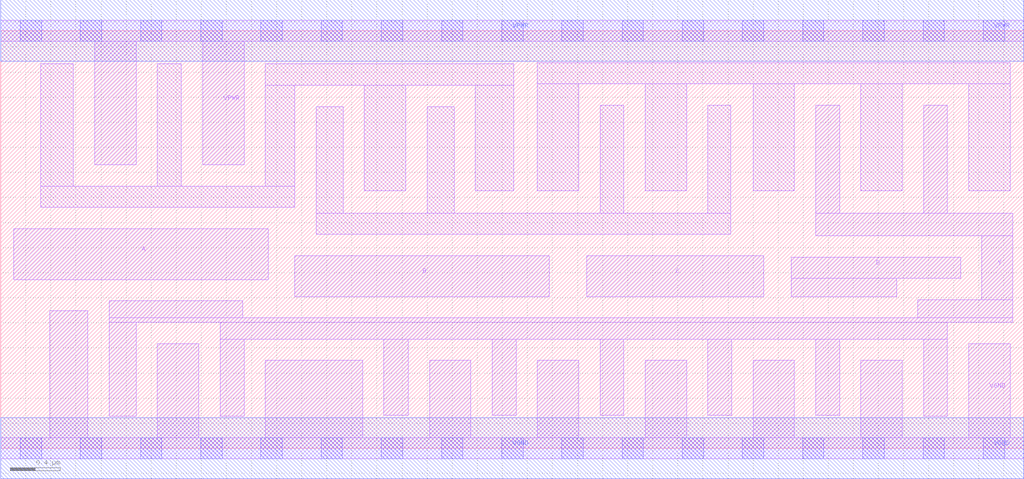
<source format=lef>
# Copyright 2020 The SkyWater PDK Authors
#
# Licensed under the Apache License, Version 2.0 (the "License");
# you may not use this file except in compliance with the License.
# You may obtain a copy of the License at
#
#     https://www.apache.org/licenses/LICENSE-2.0
#
# Unless required by applicable law or agreed to in writing, software
# distributed under the License is distributed on an "AS IS" BASIS,
# WITHOUT WARRANTIES OR CONDITIONS OF ANY KIND, either express or implied.
# See the License for the specific language governing permissions and
# limitations under the License.
#
# SPDX-License-Identifier: Apache-2.0

VERSION 5.7 ;
  NAMESCASESENSITIVE ON ;
  NOWIREEXTENSIONATPIN ON ;
  DIVIDERCHAR "/" ;
  BUSBITCHARS "[]" ;
UNITS
  DATABASE MICRONS 200 ;
END UNITS
MACRO sky130_fd_sc_lp__nor4_4
  CLASS CORE ;
  SOURCE USER ;
  FOREIGN sky130_fd_sc_lp__nor4_4 ;
  ORIGIN  0.000000  0.000000 ;
  SIZE  8.160000 BY  3.330000 ;
  SYMMETRY X Y R90 ;
  SITE unit ;
  PIN A
    ANTENNAGATEAREA  1.260000 ;
    DIRECTION INPUT ;
    USE SIGNAL ;
    PORT
      LAYER li1 ;
        RECT 0.105000 1.345000 2.135000 1.750000 ;
    END
  END A
  PIN B
    ANTENNAGATEAREA  1.260000 ;
    DIRECTION INPUT ;
    USE SIGNAL ;
    PORT
      LAYER li1 ;
        RECT 2.345000 1.210000 4.375000 1.535000 ;
    END
  END B
  PIN C
    ANTENNAGATEAREA  1.260000 ;
    DIRECTION INPUT ;
    USE SIGNAL ;
    PORT
      LAYER li1 ;
        RECT 4.675000 1.210000 6.085000 1.535000 ;
    END
  END C
  PIN D
    ANTENNAGATEAREA  1.260000 ;
    DIRECTION INPUT ;
    USE SIGNAL ;
    PORT
      LAYER li1 ;
        RECT 6.305000 1.210000 7.145000 1.355000 ;
        RECT 6.305000 1.355000 7.655000 1.525000 ;
    END
  END D
  PIN Y
    ANTENNADIFFAREA  2.587200 ;
    DIRECTION OUTPUT ;
    USE SIGNAL ;
    PORT
      LAYER li1 ;
        RECT 0.865000 0.255000 1.080000 1.005000 ;
        RECT 0.865000 1.005000 8.070000 1.040000 ;
        RECT 0.865000 1.040000 1.930000 1.175000 ;
        RECT 1.750000 0.255000 1.940000 0.870000 ;
        RECT 1.750000 0.870000 7.550000 1.005000 ;
        RECT 3.055000 0.265000 3.250000 0.870000 ;
        RECT 3.920000 0.265000 4.110000 0.870000 ;
        RECT 4.780000 0.265000 4.970000 0.870000 ;
        RECT 5.640000 0.265000 5.830000 0.870000 ;
        RECT 6.500000 0.265000 6.690000 0.870000 ;
        RECT 6.500000 1.695000 8.070000 1.875000 ;
        RECT 6.500000 1.875000 6.690000 2.735000 ;
        RECT 7.315000 1.040000 8.070000 1.185000 ;
        RECT 7.360000 0.255000 7.550000 0.870000 ;
        RECT 7.360000 1.875000 7.550000 2.735000 ;
        RECT 7.825000 1.185000 8.070000 1.695000 ;
    END
  END Y
  PIN VGND
    DIRECTION INOUT ;
    USE GROUND ;
    PORT
      LAYER li1 ;
        RECT 0.000000 -0.085000 8.160000 0.085000 ;
        RECT 0.390000  0.085000 0.695000 1.095000 ;
        RECT 1.250000  0.085000 1.580000 0.835000 ;
        RECT 2.110000  0.085000 2.885000 0.700000 ;
        RECT 3.420000  0.085000 3.750000 0.700000 ;
        RECT 4.280000  0.085000 4.610000 0.700000 ;
        RECT 5.140000  0.085000 5.470000 0.700000 ;
        RECT 6.000000  0.085000 6.330000 0.700000 ;
        RECT 6.860000  0.085000 7.190000 0.700000 ;
        RECT 7.720000  0.085000 8.050000 0.835000 ;
      LAYER mcon ;
        RECT 0.155000 -0.085000 0.325000 0.085000 ;
        RECT 0.635000 -0.085000 0.805000 0.085000 ;
        RECT 1.115000 -0.085000 1.285000 0.085000 ;
        RECT 1.595000 -0.085000 1.765000 0.085000 ;
        RECT 2.075000 -0.085000 2.245000 0.085000 ;
        RECT 2.555000 -0.085000 2.725000 0.085000 ;
        RECT 3.035000 -0.085000 3.205000 0.085000 ;
        RECT 3.515000 -0.085000 3.685000 0.085000 ;
        RECT 3.995000 -0.085000 4.165000 0.085000 ;
        RECT 4.475000 -0.085000 4.645000 0.085000 ;
        RECT 4.955000 -0.085000 5.125000 0.085000 ;
        RECT 5.435000 -0.085000 5.605000 0.085000 ;
        RECT 5.915000 -0.085000 6.085000 0.085000 ;
        RECT 6.395000 -0.085000 6.565000 0.085000 ;
        RECT 6.875000 -0.085000 7.045000 0.085000 ;
        RECT 7.355000 -0.085000 7.525000 0.085000 ;
        RECT 7.835000 -0.085000 8.005000 0.085000 ;
      LAYER met1 ;
        RECT 0.000000 -0.245000 8.160000 0.245000 ;
    END
  END VGND
  PIN VPWR
    DIRECTION INOUT ;
    USE POWER ;
    PORT
      LAYER li1 ;
        RECT 0.000000 3.245000 8.160000 3.415000 ;
        RECT 0.750000 2.260000 1.080000 3.245000 ;
        RECT 1.610000 2.260000 1.940000 3.245000 ;
      LAYER mcon ;
        RECT 0.155000 3.245000 0.325000 3.415000 ;
        RECT 0.635000 3.245000 0.805000 3.415000 ;
        RECT 1.115000 3.245000 1.285000 3.415000 ;
        RECT 1.595000 3.245000 1.765000 3.415000 ;
        RECT 2.075000 3.245000 2.245000 3.415000 ;
        RECT 2.555000 3.245000 2.725000 3.415000 ;
        RECT 3.035000 3.245000 3.205000 3.415000 ;
        RECT 3.515000 3.245000 3.685000 3.415000 ;
        RECT 3.995000 3.245000 4.165000 3.415000 ;
        RECT 4.475000 3.245000 4.645000 3.415000 ;
        RECT 4.955000 3.245000 5.125000 3.415000 ;
        RECT 5.435000 3.245000 5.605000 3.415000 ;
        RECT 5.915000 3.245000 6.085000 3.415000 ;
        RECT 6.395000 3.245000 6.565000 3.415000 ;
        RECT 6.875000 3.245000 7.045000 3.415000 ;
        RECT 7.355000 3.245000 7.525000 3.415000 ;
        RECT 7.835000 3.245000 8.005000 3.415000 ;
      LAYER met1 ;
        RECT 0.000000 3.085000 8.160000 3.575000 ;
    END
  END VPWR
  OBS
    LAYER li1 ;
      RECT 0.320000 1.920000 2.345000 2.090000 ;
      RECT 0.320000 2.090000 0.580000 3.065000 ;
      RECT 1.250000 2.090000 1.440000 3.065000 ;
      RECT 2.110000 2.090000 2.345000 2.895000 ;
      RECT 2.110000 2.895000 4.090000 3.065000 ;
      RECT 2.515000 1.705000 5.820000 1.875000 ;
      RECT 2.515000 1.875000 2.730000 2.725000 ;
      RECT 2.900000 2.055000 3.230000 2.895000 ;
      RECT 3.400000 1.875000 3.615000 2.725000 ;
      RECT 3.785000 2.055000 4.090000 2.895000 ;
      RECT 4.280000 2.055000 4.610000 2.905000 ;
      RECT 4.280000 2.905000 8.050000 3.075000 ;
      RECT 4.780000 1.875000 4.970000 2.735000 ;
      RECT 5.140000 2.055000 5.470000 2.905000 ;
      RECT 5.640000 1.875000 5.820000 2.735000 ;
      RECT 6.000000 2.055000 6.330000 2.905000 ;
      RECT 6.860000 2.055000 7.190000 2.905000 ;
      RECT 7.720000 2.055000 8.050000 2.905000 ;
  END
END sky130_fd_sc_lp__nor4_4

</source>
